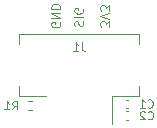
<source format=gbr>
%TF.GenerationSoftware,KiCad,Pcbnew,9.0.0*%
%TF.CreationDate,2025-07-02T21:05:00+02:00*%
%TF.ProjectId,PCK-HALL,50434b2d-4841-44c4-9c2e-6b696361645f,rev?*%
%TF.SameCoordinates,Original*%
%TF.FileFunction,Legend,Bot*%
%TF.FilePolarity,Positive*%
%FSLAX46Y46*%
G04 Gerber Fmt 4.6, Leading zero omitted, Abs format (unit mm)*
G04 Created by KiCad (PCBNEW 9.0.0) date 2025-07-02 21:05:00*
%MOMM*%
%LPD*%
G01*
G04 APERTURE LIST*
%ADD10C,0.125000*%
%ADD11C,0.120000*%
G04 APERTURE END LIST*
D10*
X99625800Y-96548906D02*
X99590085Y-96441764D01*
X99590085Y-96441764D02*
X99590085Y-96263192D01*
X99590085Y-96263192D02*
X99625800Y-96191764D01*
X99625800Y-96191764D02*
X99661514Y-96156049D01*
X99661514Y-96156049D02*
X99732942Y-96120335D01*
X99732942Y-96120335D02*
X99804371Y-96120335D01*
X99804371Y-96120335D02*
X99875800Y-96156049D01*
X99875800Y-96156049D02*
X99911514Y-96191764D01*
X99911514Y-96191764D02*
X99947228Y-96263192D01*
X99947228Y-96263192D02*
X99982942Y-96406049D01*
X99982942Y-96406049D02*
X100018657Y-96477478D01*
X100018657Y-96477478D02*
X100054371Y-96513192D01*
X100054371Y-96513192D02*
X100125800Y-96548906D01*
X100125800Y-96548906D02*
X100197228Y-96548906D01*
X100197228Y-96548906D02*
X100268657Y-96513192D01*
X100268657Y-96513192D02*
X100304371Y-96477478D01*
X100304371Y-96477478D02*
X100340085Y-96406049D01*
X100340085Y-96406049D02*
X100340085Y-96227478D01*
X100340085Y-96227478D02*
X100304371Y-96120335D01*
X99590085Y-95798906D02*
X100340085Y-95798906D01*
X100304371Y-95048906D02*
X100340085Y-95120335D01*
X100340085Y-95120335D02*
X100340085Y-95227477D01*
X100340085Y-95227477D02*
X100304371Y-95334620D01*
X100304371Y-95334620D02*
X100232942Y-95406049D01*
X100232942Y-95406049D02*
X100161514Y-95441763D01*
X100161514Y-95441763D02*
X100018657Y-95477477D01*
X100018657Y-95477477D02*
X99911514Y-95477477D01*
X99911514Y-95477477D02*
X99768657Y-95441763D01*
X99768657Y-95441763D02*
X99697228Y-95406049D01*
X99697228Y-95406049D02*
X99625800Y-95334620D01*
X99625800Y-95334620D02*
X99590085Y-95227477D01*
X99590085Y-95227477D02*
X99590085Y-95156049D01*
X99590085Y-95156049D02*
X99625800Y-95048906D01*
X99625800Y-95048906D02*
X99661514Y-95013192D01*
X99661514Y-95013192D02*
X99911514Y-95013192D01*
X99911514Y-95013192D02*
X99911514Y-95156049D01*
X98348571Y-96221935D02*
X98384285Y-96293364D01*
X98384285Y-96293364D02*
X98384285Y-96400506D01*
X98384285Y-96400506D02*
X98348571Y-96507649D01*
X98348571Y-96507649D02*
X98277142Y-96579078D01*
X98277142Y-96579078D02*
X98205714Y-96614792D01*
X98205714Y-96614792D02*
X98062857Y-96650506D01*
X98062857Y-96650506D02*
X97955714Y-96650506D01*
X97955714Y-96650506D02*
X97812857Y-96614792D01*
X97812857Y-96614792D02*
X97741428Y-96579078D01*
X97741428Y-96579078D02*
X97670000Y-96507649D01*
X97670000Y-96507649D02*
X97634285Y-96400506D01*
X97634285Y-96400506D02*
X97634285Y-96329078D01*
X97634285Y-96329078D02*
X97670000Y-96221935D01*
X97670000Y-96221935D02*
X97705714Y-96186221D01*
X97705714Y-96186221D02*
X97955714Y-96186221D01*
X97955714Y-96186221D02*
X97955714Y-96329078D01*
X97634285Y-95864792D02*
X98384285Y-95864792D01*
X98384285Y-95864792D02*
X97634285Y-95436221D01*
X97634285Y-95436221D02*
X98384285Y-95436221D01*
X97634285Y-95079078D02*
X98384285Y-95079078D01*
X98384285Y-95079078D02*
X98384285Y-94900507D01*
X98384285Y-94900507D02*
X98348571Y-94793364D01*
X98348571Y-94793364D02*
X98277142Y-94721935D01*
X98277142Y-94721935D02*
X98205714Y-94686221D01*
X98205714Y-94686221D02*
X98062857Y-94650507D01*
X98062857Y-94650507D02*
X97955714Y-94650507D01*
X97955714Y-94650507D02*
X97812857Y-94686221D01*
X97812857Y-94686221D02*
X97741428Y-94721935D01*
X97741428Y-94721935D02*
X97670000Y-94793364D01*
X97670000Y-94793364D02*
X97634285Y-94900507D01*
X97634285Y-94900507D02*
X97634285Y-95079078D01*
X102549885Y-96584621D02*
X102549885Y-96120335D01*
X102549885Y-96120335D02*
X102264171Y-96370335D01*
X102264171Y-96370335D02*
X102264171Y-96263192D01*
X102264171Y-96263192D02*
X102228457Y-96191764D01*
X102228457Y-96191764D02*
X102192742Y-96156049D01*
X102192742Y-96156049D02*
X102121314Y-96120335D01*
X102121314Y-96120335D02*
X101942742Y-96120335D01*
X101942742Y-96120335D02*
X101871314Y-96156049D01*
X101871314Y-96156049D02*
X101835600Y-96191764D01*
X101835600Y-96191764D02*
X101799885Y-96263192D01*
X101799885Y-96263192D02*
X101799885Y-96477478D01*
X101799885Y-96477478D02*
X101835600Y-96548906D01*
X101835600Y-96548906D02*
X101871314Y-96584621D01*
X102549885Y-95906049D02*
X101799885Y-95656049D01*
X101799885Y-95656049D02*
X102549885Y-95406049D01*
X102549885Y-95227478D02*
X102549885Y-94763192D01*
X102549885Y-94763192D02*
X102264171Y-95013192D01*
X102264171Y-95013192D02*
X102264171Y-94906049D01*
X102264171Y-94906049D02*
X102228457Y-94834621D01*
X102228457Y-94834621D02*
X102192742Y-94798906D01*
X102192742Y-94798906D02*
X102121314Y-94763192D01*
X102121314Y-94763192D02*
X101942742Y-94763192D01*
X101942742Y-94763192D02*
X101871314Y-94798906D01*
X101871314Y-94798906D02*
X101835600Y-94834621D01*
X101835600Y-94834621D02*
X101799885Y-94906049D01*
X101799885Y-94906049D02*
X101799885Y-95120335D01*
X101799885Y-95120335D02*
X101835600Y-95191763D01*
X101835600Y-95191763D02*
X101871314Y-95227478D01*
X100207733Y-97915333D02*
X100207733Y-98415333D01*
X100207733Y-98415333D02*
X100241066Y-98515333D01*
X100241066Y-98515333D02*
X100307733Y-98582000D01*
X100307733Y-98582000D02*
X100407733Y-98615333D01*
X100407733Y-98615333D02*
X100474400Y-98615333D01*
X99507733Y-98615333D02*
X99907733Y-98615333D01*
X99707733Y-98615333D02*
X99707733Y-97915333D01*
X99707733Y-97915333D02*
X99774400Y-98015333D01*
X99774400Y-98015333D02*
X99841067Y-98082000D01*
X99841067Y-98082000D02*
X99907733Y-98115333D01*
X105806066Y-103374666D02*
X105839399Y-103408000D01*
X105839399Y-103408000D02*
X105939399Y-103441333D01*
X105939399Y-103441333D02*
X106006066Y-103441333D01*
X106006066Y-103441333D02*
X106106066Y-103408000D01*
X106106066Y-103408000D02*
X106172733Y-103341333D01*
X106172733Y-103341333D02*
X106206066Y-103274666D01*
X106206066Y-103274666D02*
X106239399Y-103141333D01*
X106239399Y-103141333D02*
X106239399Y-103041333D01*
X106239399Y-103041333D02*
X106206066Y-102908000D01*
X106206066Y-102908000D02*
X106172733Y-102841333D01*
X106172733Y-102841333D02*
X106106066Y-102774666D01*
X106106066Y-102774666D02*
X106006066Y-102741333D01*
X106006066Y-102741333D02*
X105939399Y-102741333D01*
X105939399Y-102741333D02*
X105839399Y-102774666D01*
X105839399Y-102774666D02*
X105806066Y-102808000D01*
X105139399Y-103441333D02*
X105539399Y-103441333D01*
X105339399Y-103441333D02*
X105339399Y-102741333D01*
X105339399Y-102741333D02*
X105406066Y-102841333D01*
X105406066Y-102841333D02*
X105472733Y-102908000D01*
X105472733Y-102908000D02*
X105539399Y-102941333D01*
X94350666Y-103593733D02*
X94583999Y-103260400D01*
X94750666Y-103593733D02*
X94750666Y-102893733D01*
X94750666Y-102893733D02*
X94483999Y-102893733D01*
X94483999Y-102893733D02*
X94417333Y-102927066D01*
X94417333Y-102927066D02*
X94383999Y-102960400D01*
X94383999Y-102960400D02*
X94350666Y-103027066D01*
X94350666Y-103027066D02*
X94350666Y-103127066D01*
X94350666Y-103127066D02*
X94383999Y-103193733D01*
X94383999Y-103193733D02*
X94417333Y-103227066D01*
X94417333Y-103227066D02*
X94483999Y-103260400D01*
X94483999Y-103260400D02*
X94750666Y-103260400D01*
X93683999Y-103593733D02*
X94083999Y-103593733D01*
X93883999Y-103593733D02*
X93883999Y-102893733D01*
X93883999Y-102893733D02*
X93950666Y-102993733D01*
X93950666Y-102993733D02*
X94017333Y-103060400D01*
X94017333Y-103060400D02*
X94083999Y-103093733D01*
X105831466Y-104365266D02*
X105864799Y-104398600D01*
X105864799Y-104398600D02*
X105964799Y-104431933D01*
X105964799Y-104431933D02*
X106031466Y-104431933D01*
X106031466Y-104431933D02*
X106131466Y-104398600D01*
X106131466Y-104398600D02*
X106198133Y-104331933D01*
X106198133Y-104331933D02*
X106231466Y-104265266D01*
X106231466Y-104265266D02*
X106264799Y-104131933D01*
X106264799Y-104131933D02*
X106264799Y-104031933D01*
X106264799Y-104031933D02*
X106231466Y-103898600D01*
X106231466Y-103898600D02*
X106198133Y-103831933D01*
X106198133Y-103831933D02*
X106131466Y-103765266D01*
X106131466Y-103765266D02*
X106031466Y-103731933D01*
X106031466Y-103731933D02*
X105964799Y-103731933D01*
X105964799Y-103731933D02*
X105864799Y-103765266D01*
X105864799Y-103765266D02*
X105831466Y-103798600D01*
X105564799Y-103798600D02*
X105531466Y-103765266D01*
X105531466Y-103765266D02*
X105464799Y-103731933D01*
X105464799Y-103731933D02*
X105298133Y-103731933D01*
X105298133Y-103731933D02*
X105231466Y-103765266D01*
X105231466Y-103765266D02*
X105198133Y-103798600D01*
X105198133Y-103798600D02*
X105164799Y-103865266D01*
X105164799Y-103865266D02*
X105164799Y-103931933D01*
X105164799Y-103931933D02*
X105198133Y-104031933D01*
X105198133Y-104031933D02*
X105598133Y-104431933D01*
X105598133Y-104431933D02*
X105164799Y-104431933D01*
D11*
%TO.C,J1*%
X94915000Y-97232000D02*
X94915000Y-98082000D01*
X94915000Y-101602000D02*
X94915000Y-102452000D01*
X94915000Y-102452000D02*
X97240000Y-102452000D01*
X102760000Y-102452000D02*
X102760000Y-104842000D01*
X105085000Y-97232000D02*
X94915000Y-97232000D01*
X105085000Y-98082000D02*
X105085000Y-97232000D01*
X105085000Y-101602000D02*
X105085000Y-102452000D01*
X105085000Y-102452000D02*
X102760000Y-102452000D01*
%TO.C,C1*%
X103930564Y-102764000D02*
X104146236Y-102764000D01*
X103930564Y-103484000D02*
X104146236Y-103484000D01*
%TO.C,R1*%
X96013241Y-102896400D02*
X95705959Y-102896400D01*
X96013241Y-103656400D02*
X95705959Y-103656400D01*
%TO.C,C2*%
X103930564Y-103754600D02*
X104146236Y-103754600D01*
X103930564Y-104474600D02*
X104146236Y-104474600D01*
%TD*%
M02*

</source>
